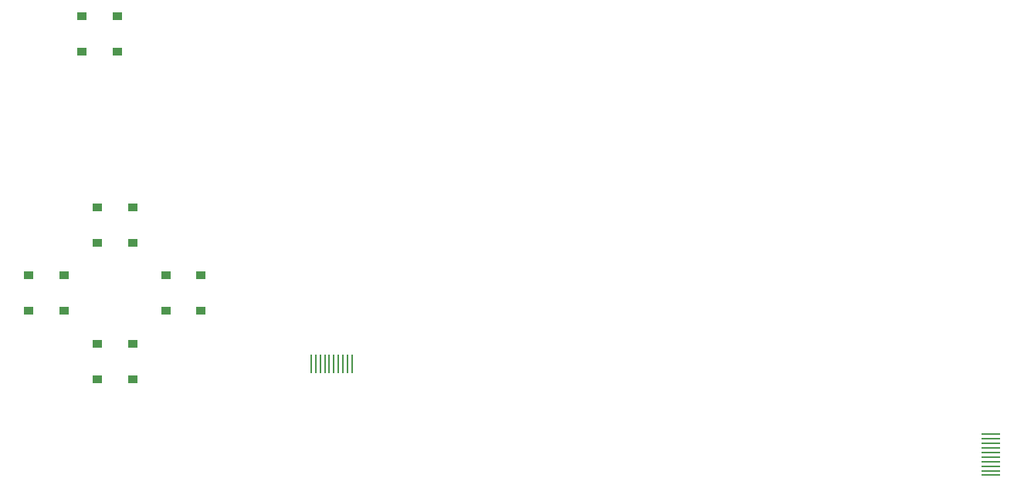
<source format=gbr>
%TF.GenerationSoftware,KiCad,Pcbnew,7.0.5*%
%TF.CreationDate,2023-06-27T09:31:13+01:00*%
%TF.ProjectId,lbuttons,6c627574-746f-46e7-932e-6b696361645f,rev?*%
%TF.SameCoordinates,Original*%
%TF.FileFunction,Soldermask,Top*%
%TF.FilePolarity,Negative*%
%FSLAX46Y46*%
G04 Gerber Fmt 4.6, Leading zero omitted, Abs format (unit mm)*
G04 Created by KiCad (PCBNEW 7.0.5) date 2023-06-27 09:31:13*
%MOMM*%
%LPD*%
G01*
G04 APERTURE LIST*
%ADD10R,1.000000X0.900000*%
%ADD11R,2.000000X0.250000*%
%ADD12R,0.250000X2.000000*%
G04 APERTURE END LIST*
D10*
%TO.C,U1*%
X124750000Y-88950216D03*
X124750000Y-85050038D03*
X120889954Y-88950216D03*
X120889954Y-85050038D03*
%TD*%
%TO.C,U5*%
X122569977Y-121050038D03*
X122569977Y-124950216D03*
X126430023Y-121050038D03*
X126430023Y-124950216D03*
%TD*%
%TO.C,U2*%
X130069977Y-113550038D03*
X130069977Y-117450216D03*
X133930023Y-113550038D03*
X133930023Y-117450216D03*
%TD*%
%TO.C,U4*%
X115069977Y-113550038D03*
X115069977Y-117450216D03*
X118930023Y-113550038D03*
X118930023Y-117450216D03*
%TD*%
D11*
%TO.C,C2*%
X220500000Y-131000000D03*
X220500000Y-131500000D03*
X220500000Y-132000000D03*
X220500000Y-132500000D03*
X220500000Y-133000000D03*
X220500000Y-133500000D03*
X220500000Y-134000000D03*
X220500000Y-134500000D03*
X220500000Y-135000000D03*
X220500000Y-135500000D03*
%TD*%
D10*
%TO.C,U3*%
X122569977Y-106050038D03*
X122569977Y-109950216D03*
X126430023Y-106050038D03*
X126430023Y-109950216D03*
%TD*%
D12*
%TO.C,C1*%
X146000000Y-123250000D03*
X146500000Y-123250000D03*
X147000000Y-123250000D03*
X147500000Y-123250000D03*
X148000000Y-123250000D03*
X148500000Y-123250000D03*
X149000000Y-123250000D03*
X149500000Y-123250000D03*
X150000000Y-123250000D03*
X150500000Y-123250000D03*
%TD*%
M02*

</source>
